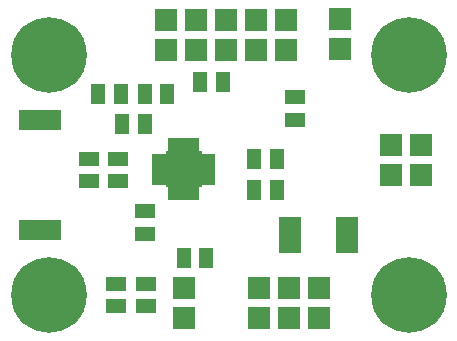
<source format=gbr>
%TF.GenerationSoftware,KiCad,Pcbnew,5.0.0-rc2-dev-unknown-5f578c8~62~ubuntu16.04.1*%
%TF.CreationDate,2018-03-02T00:33:56+01:00*%
%TF.ProjectId,LIGHTNING01A,4C494748544E494E473031412E6B6963,01A*%
%TF.SameCoordinates,Original*%
%TF.FileFunction,Soldermask,Bot*%
%TF.FilePolarity,Negative*%
%FSLAX46Y46*%
G04 Gerber Fmt 4.6, Leading zero omitted, Abs format (unit mm)*
G04 Created by KiCad (PCBNEW 5.0.0-rc2-dev-unknown-5f578c8~62~ubuntu16.04.1) date Fri Mar  2 00:33:56 2018*
%MOMM*%
%LPD*%
G01*
G04 APERTURE LIST*
%ADD10R,0.800000X1.300000*%
%ADD11R,1.300000X0.800000*%
%ADD12R,3.100000X3.100000*%
%ADD13R,1.924000X1.924000*%
%ADD14R,1.797000X1.289000*%
%ADD15R,1.289000X1.797000*%
%ADD16R,1.901140X3.100020*%
%ADD17R,3.600000X1.700000*%
%ADD18C,6.400000*%
G04 APERTURE END LIST*
D10*
X16835000Y17794000D03*
X17485000Y17794000D03*
X16185000Y17794000D03*
X15535000Y17794000D03*
D11*
X14460000Y16723000D03*
X14460000Y14773000D03*
X14460000Y15423000D03*
X14460000Y16073000D03*
D10*
X16835000Y13702000D03*
X17485000Y13702000D03*
X15535000Y13702000D03*
X16185000Y13702000D03*
D11*
X18560000Y16723000D03*
X18560000Y16073000D03*
X18560000Y15423000D03*
X18560000Y14768000D03*
D12*
X16510000Y15748000D03*
D13*
X27940000Y5715000D03*
X27940000Y3175000D03*
X25400000Y5715000D03*
X25400000Y3175000D03*
X22860000Y5715000D03*
X22860000Y3175000D03*
D14*
X8509000Y16637000D03*
X8509000Y14732000D03*
X13208000Y12192000D03*
X13208000Y10287000D03*
D15*
X11303000Y19558000D03*
X13208000Y19558000D03*
X13208000Y22098000D03*
X15113000Y22098000D03*
X9271000Y22098000D03*
X11176000Y22098000D03*
D16*
X25539700Y10160000D03*
X30340300Y10160000D03*
D17*
X4318000Y19890000D03*
X4318000Y10590000D03*
D18*
X5080000Y25400000D03*
X5080000Y5080000D03*
X35560000Y5080000D03*
X35560000Y25400000D03*
D15*
X16510000Y8255000D03*
X18415000Y8255000D03*
D14*
X10922000Y14732000D03*
X10922000Y16637000D03*
X13335000Y6032500D03*
X13335000Y4127500D03*
X10795000Y6032500D03*
X10795000Y4127500D03*
D15*
X17907000Y23114000D03*
X19812000Y23114000D03*
X24384000Y16598783D03*
X22479000Y16598783D03*
X24384000Y13970000D03*
X22479000Y13970000D03*
D14*
X25908000Y21844000D03*
X25908000Y19939000D03*
D13*
X16510000Y3175000D03*
X16510000Y5715000D03*
X34036000Y17780000D03*
X36576000Y17780000D03*
X29718000Y25908000D03*
X29718000Y28448000D03*
X22606000Y28391327D03*
X22606000Y25851327D03*
X17526000Y25851327D03*
X17526000Y28391327D03*
X34036000Y15240000D03*
X36576000Y15240000D03*
X25146000Y28391327D03*
X25146000Y25851327D03*
X14986000Y25851327D03*
X14986000Y28391327D03*
X20066000Y25851327D03*
X20066000Y28391327D03*
M02*

</source>
